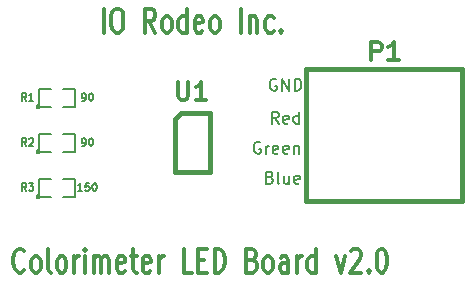
<source format=gto>
G04 (created by PCBNEW-RS274X (2011-07-19)-testing) date Fri 02 Mar 2012 04:01:03 PM PST*
G01*
G70*
G90*
%MOIN*%
G04 Gerber Fmt 3.4, Leading zero omitted, Abs format*
%FSLAX34Y34*%
G04 APERTURE LIST*
%ADD10C,0.006000*%
%ADD11C,0.007900*%
%ADD12C,0.012000*%
%ADD13C,0.005000*%
%ADD14C,0.015000*%
G04 APERTURE END LIST*
G54D10*
G54D11*
X41578Y-26153D02*
X41634Y-26172D01*
X41653Y-26191D01*
X41672Y-26228D01*
X41672Y-26284D01*
X41653Y-26322D01*
X41634Y-26341D01*
X41597Y-26359D01*
X41447Y-26359D01*
X41447Y-25965D01*
X41578Y-25965D01*
X41616Y-25984D01*
X41634Y-26003D01*
X41653Y-26041D01*
X41653Y-26078D01*
X41634Y-26116D01*
X41616Y-26134D01*
X41578Y-26153D01*
X41447Y-26153D01*
X41897Y-26359D02*
X41860Y-26341D01*
X41841Y-26303D01*
X41841Y-25965D01*
X42216Y-26097D02*
X42216Y-26359D01*
X42047Y-26097D02*
X42047Y-26303D01*
X42066Y-26341D01*
X42103Y-26359D01*
X42159Y-26359D01*
X42197Y-26341D01*
X42216Y-26322D01*
X42553Y-26341D02*
X42515Y-26359D01*
X42440Y-26359D01*
X42403Y-26341D01*
X42384Y-26303D01*
X42384Y-26153D01*
X42403Y-26116D01*
X42440Y-26097D01*
X42515Y-26097D01*
X42553Y-26116D01*
X42572Y-26153D01*
X42572Y-26191D01*
X42384Y-26228D01*
X41265Y-24984D02*
X41228Y-24965D01*
X41171Y-24965D01*
X41115Y-24984D01*
X41078Y-25022D01*
X41059Y-25059D01*
X41040Y-25134D01*
X41040Y-25191D01*
X41059Y-25266D01*
X41078Y-25303D01*
X41115Y-25341D01*
X41171Y-25359D01*
X41209Y-25359D01*
X41265Y-25341D01*
X41284Y-25322D01*
X41284Y-25191D01*
X41209Y-25191D01*
X41453Y-25359D02*
X41453Y-25097D01*
X41453Y-25172D02*
X41472Y-25134D01*
X41490Y-25116D01*
X41528Y-25097D01*
X41565Y-25097D01*
X41847Y-25341D02*
X41809Y-25359D01*
X41734Y-25359D01*
X41697Y-25341D01*
X41678Y-25303D01*
X41678Y-25153D01*
X41697Y-25116D01*
X41734Y-25097D01*
X41809Y-25097D01*
X41847Y-25116D01*
X41866Y-25153D01*
X41866Y-25191D01*
X41678Y-25228D01*
X42185Y-25341D02*
X42147Y-25359D01*
X42072Y-25359D01*
X42035Y-25341D01*
X42016Y-25303D01*
X42016Y-25153D01*
X42035Y-25116D01*
X42072Y-25097D01*
X42147Y-25097D01*
X42185Y-25116D01*
X42204Y-25153D01*
X42204Y-25191D01*
X42016Y-25228D01*
X42373Y-25097D02*
X42373Y-25359D01*
X42373Y-25134D02*
X42392Y-25116D01*
X42429Y-25097D01*
X42485Y-25097D01*
X42523Y-25116D01*
X42542Y-25153D01*
X42542Y-25359D01*
X41800Y-22884D02*
X41763Y-22865D01*
X41706Y-22865D01*
X41650Y-22884D01*
X41613Y-22922D01*
X41594Y-22959D01*
X41575Y-23034D01*
X41575Y-23091D01*
X41594Y-23166D01*
X41613Y-23203D01*
X41650Y-23241D01*
X41706Y-23259D01*
X41744Y-23259D01*
X41800Y-23241D01*
X41819Y-23222D01*
X41819Y-23091D01*
X41744Y-23091D01*
X41988Y-23259D02*
X41988Y-22865D01*
X42213Y-23259D01*
X42213Y-22865D01*
X42401Y-23259D02*
X42401Y-22865D01*
X42495Y-22865D01*
X42551Y-22884D01*
X42588Y-22922D01*
X42607Y-22959D01*
X42626Y-23034D01*
X42626Y-23091D01*
X42607Y-23166D01*
X42588Y-23203D01*
X42551Y-23241D01*
X42495Y-23259D01*
X42401Y-23259D01*
G54D12*
X36043Y-21324D02*
X36043Y-20524D01*
X36443Y-20524D02*
X36557Y-20524D01*
X36615Y-20562D01*
X36672Y-20638D01*
X36700Y-20790D01*
X36700Y-21057D01*
X36672Y-21210D01*
X36615Y-21286D01*
X36557Y-21324D01*
X36443Y-21324D01*
X36386Y-21286D01*
X36329Y-21210D01*
X36300Y-21057D01*
X36300Y-20790D01*
X36329Y-20638D01*
X36386Y-20562D01*
X36443Y-20524D01*
X37758Y-21324D02*
X37558Y-20943D01*
X37415Y-21324D02*
X37415Y-20524D01*
X37643Y-20524D01*
X37701Y-20562D01*
X37729Y-20600D01*
X37758Y-20676D01*
X37758Y-20790D01*
X37729Y-20867D01*
X37701Y-20905D01*
X37643Y-20943D01*
X37415Y-20943D01*
X38101Y-21324D02*
X38043Y-21286D01*
X38015Y-21248D01*
X37986Y-21171D01*
X37986Y-20943D01*
X38015Y-20867D01*
X38043Y-20829D01*
X38101Y-20790D01*
X38186Y-20790D01*
X38243Y-20829D01*
X38272Y-20867D01*
X38301Y-20943D01*
X38301Y-21171D01*
X38272Y-21248D01*
X38243Y-21286D01*
X38186Y-21324D01*
X38101Y-21324D01*
X38815Y-21324D02*
X38815Y-20524D01*
X38815Y-21286D02*
X38758Y-21324D01*
X38644Y-21324D01*
X38586Y-21286D01*
X38558Y-21248D01*
X38529Y-21171D01*
X38529Y-20943D01*
X38558Y-20867D01*
X38586Y-20829D01*
X38644Y-20790D01*
X38758Y-20790D01*
X38815Y-20829D01*
X39329Y-21286D02*
X39272Y-21324D01*
X39158Y-21324D01*
X39101Y-21286D01*
X39072Y-21210D01*
X39072Y-20905D01*
X39101Y-20829D01*
X39158Y-20790D01*
X39272Y-20790D01*
X39329Y-20829D01*
X39358Y-20905D01*
X39358Y-20981D01*
X39072Y-21057D01*
X39701Y-21324D02*
X39643Y-21286D01*
X39615Y-21248D01*
X39586Y-21171D01*
X39586Y-20943D01*
X39615Y-20867D01*
X39643Y-20829D01*
X39701Y-20790D01*
X39786Y-20790D01*
X39843Y-20829D01*
X39872Y-20867D01*
X39901Y-20943D01*
X39901Y-21171D01*
X39872Y-21248D01*
X39843Y-21286D01*
X39786Y-21324D01*
X39701Y-21324D01*
X40615Y-21324D02*
X40615Y-20524D01*
X40901Y-20790D02*
X40901Y-21324D01*
X40901Y-20867D02*
X40929Y-20829D01*
X40987Y-20790D01*
X41072Y-20790D01*
X41129Y-20829D01*
X41158Y-20905D01*
X41158Y-21324D01*
X41701Y-21286D02*
X41644Y-21324D01*
X41530Y-21324D01*
X41472Y-21286D01*
X41444Y-21248D01*
X41415Y-21171D01*
X41415Y-20943D01*
X41444Y-20867D01*
X41472Y-20829D01*
X41530Y-20790D01*
X41644Y-20790D01*
X41701Y-20829D01*
X41958Y-21248D02*
X41986Y-21286D01*
X41958Y-21324D01*
X41929Y-21286D01*
X41958Y-21248D01*
X41958Y-21324D01*
G54D11*
X41875Y-24359D02*
X41744Y-24172D01*
X41650Y-24359D02*
X41650Y-23965D01*
X41800Y-23965D01*
X41837Y-23984D01*
X41856Y-24003D01*
X41875Y-24041D01*
X41875Y-24097D01*
X41856Y-24134D01*
X41837Y-24153D01*
X41800Y-24172D01*
X41650Y-24172D01*
X42194Y-24341D02*
X42156Y-24359D01*
X42081Y-24359D01*
X42044Y-24341D01*
X42025Y-24303D01*
X42025Y-24153D01*
X42044Y-24116D01*
X42081Y-24097D01*
X42156Y-24097D01*
X42194Y-24116D01*
X42213Y-24153D01*
X42213Y-24191D01*
X42025Y-24228D01*
X42551Y-24359D02*
X42551Y-23965D01*
X42551Y-24341D02*
X42513Y-24359D01*
X42438Y-24359D01*
X42401Y-24341D01*
X42382Y-24322D01*
X42363Y-24284D01*
X42363Y-24172D01*
X42382Y-24134D01*
X42401Y-24116D01*
X42438Y-24097D01*
X42513Y-24097D01*
X42551Y-24116D01*
G54D12*
X33394Y-29248D02*
X33365Y-29286D01*
X33279Y-29324D01*
X33222Y-29324D01*
X33137Y-29286D01*
X33079Y-29210D01*
X33051Y-29133D01*
X33022Y-28981D01*
X33022Y-28867D01*
X33051Y-28714D01*
X33079Y-28638D01*
X33137Y-28562D01*
X33222Y-28524D01*
X33279Y-28524D01*
X33365Y-28562D01*
X33394Y-28600D01*
X33737Y-29324D02*
X33679Y-29286D01*
X33651Y-29248D01*
X33622Y-29171D01*
X33622Y-28943D01*
X33651Y-28867D01*
X33679Y-28829D01*
X33737Y-28790D01*
X33822Y-28790D01*
X33879Y-28829D01*
X33908Y-28867D01*
X33937Y-28943D01*
X33937Y-29171D01*
X33908Y-29248D01*
X33879Y-29286D01*
X33822Y-29324D01*
X33737Y-29324D01*
X34280Y-29324D02*
X34222Y-29286D01*
X34194Y-29210D01*
X34194Y-28524D01*
X34594Y-29324D02*
X34536Y-29286D01*
X34508Y-29248D01*
X34479Y-29171D01*
X34479Y-28943D01*
X34508Y-28867D01*
X34536Y-28829D01*
X34594Y-28790D01*
X34679Y-28790D01*
X34736Y-28829D01*
X34765Y-28867D01*
X34794Y-28943D01*
X34794Y-29171D01*
X34765Y-29248D01*
X34736Y-29286D01*
X34679Y-29324D01*
X34594Y-29324D01*
X35051Y-29324D02*
X35051Y-28790D01*
X35051Y-28943D02*
X35079Y-28867D01*
X35108Y-28829D01*
X35165Y-28790D01*
X35222Y-28790D01*
X35422Y-29324D02*
X35422Y-28790D01*
X35422Y-28524D02*
X35393Y-28562D01*
X35422Y-28600D01*
X35450Y-28562D01*
X35422Y-28524D01*
X35422Y-28600D01*
X35708Y-29324D02*
X35708Y-28790D01*
X35708Y-28867D02*
X35736Y-28829D01*
X35794Y-28790D01*
X35879Y-28790D01*
X35936Y-28829D01*
X35965Y-28905D01*
X35965Y-29324D01*
X35965Y-28905D02*
X35994Y-28829D01*
X36051Y-28790D01*
X36136Y-28790D01*
X36194Y-28829D01*
X36222Y-28905D01*
X36222Y-29324D01*
X36736Y-29286D02*
X36679Y-29324D01*
X36565Y-29324D01*
X36508Y-29286D01*
X36479Y-29210D01*
X36479Y-28905D01*
X36508Y-28829D01*
X36565Y-28790D01*
X36679Y-28790D01*
X36736Y-28829D01*
X36765Y-28905D01*
X36765Y-28981D01*
X36479Y-29057D01*
X36936Y-28790D02*
X37165Y-28790D01*
X37022Y-28524D02*
X37022Y-29210D01*
X37050Y-29286D01*
X37108Y-29324D01*
X37165Y-29324D01*
X37593Y-29286D02*
X37536Y-29324D01*
X37422Y-29324D01*
X37365Y-29286D01*
X37336Y-29210D01*
X37336Y-28905D01*
X37365Y-28829D01*
X37422Y-28790D01*
X37536Y-28790D01*
X37593Y-28829D01*
X37622Y-28905D01*
X37622Y-28981D01*
X37336Y-29057D01*
X37879Y-29324D02*
X37879Y-28790D01*
X37879Y-28943D02*
X37907Y-28867D01*
X37936Y-28829D01*
X37993Y-28790D01*
X38050Y-28790D01*
X38993Y-29324D02*
X38707Y-29324D01*
X38707Y-28524D01*
X39193Y-28905D02*
X39393Y-28905D01*
X39479Y-29324D02*
X39193Y-29324D01*
X39193Y-28524D01*
X39479Y-28524D01*
X39736Y-29324D02*
X39736Y-28524D01*
X39879Y-28524D01*
X39964Y-28562D01*
X40022Y-28638D01*
X40050Y-28714D01*
X40079Y-28867D01*
X40079Y-28981D01*
X40050Y-29133D01*
X40022Y-29210D01*
X39964Y-29286D01*
X39879Y-29324D01*
X39736Y-29324D01*
X40993Y-28905D02*
X41079Y-28943D01*
X41107Y-28981D01*
X41136Y-29057D01*
X41136Y-29171D01*
X41107Y-29248D01*
X41079Y-29286D01*
X41021Y-29324D01*
X40793Y-29324D01*
X40793Y-28524D01*
X40993Y-28524D01*
X41050Y-28562D01*
X41079Y-28600D01*
X41107Y-28676D01*
X41107Y-28752D01*
X41079Y-28829D01*
X41050Y-28867D01*
X40993Y-28905D01*
X40793Y-28905D01*
X41479Y-29324D02*
X41421Y-29286D01*
X41393Y-29248D01*
X41364Y-29171D01*
X41364Y-28943D01*
X41393Y-28867D01*
X41421Y-28829D01*
X41479Y-28790D01*
X41564Y-28790D01*
X41621Y-28829D01*
X41650Y-28867D01*
X41679Y-28943D01*
X41679Y-29171D01*
X41650Y-29248D01*
X41621Y-29286D01*
X41564Y-29324D01*
X41479Y-29324D01*
X42193Y-29324D02*
X42193Y-28905D01*
X42164Y-28829D01*
X42107Y-28790D01*
X41993Y-28790D01*
X41936Y-28829D01*
X42193Y-29286D02*
X42136Y-29324D01*
X41993Y-29324D01*
X41936Y-29286D01*
X41907Y-29210D01*
X41907Y-29133D01*
X41936Y-29057D01*
X41993Y-29019D01*
X42136Y-29019D01*
X42193Y-28981D01*
X42479Y-29324D02*
X42479Y-28790D01*
X42479Y-28943D02*
X42507Y-28867D01*
X42536Y-28829D01*
X42593Y-28790D01*
X42650Y-28790D01*
X43107Y-29324D02*
X43107Y-28524D01*
X43107Y-29286D02*
X43050Y-29324D01*
X42936Y-29324D01*
X42878Y-29286D01*
X42850Y-29248D01*
X42821Y-29171D01*
X42821Y-28943D01*
X42850Y-28867D01*
X42878Y-28829D01*
X42936Y-28790D01*
X43050Y-28790D01*
X43107Y-28829D01*
X43793Y-28790D02*
X43936Y-29324D01*
X44078Y-28790D01*
X44278Y-28600D02*
X44307Y-28562D01*
X44364Y-28524D01*
X44507Y-28524D01*
X44564Y-28562D01*
X44593Y-28600D01*
X44621Y-28676D01*
X44621Y-28752D01*
X44593Y-28867D01*
X44250Y-29324D01*
X44621Y-29324D01*
X44878Y-29248D02*
X44906Y-29286D01*
X44878Y-29324D01*
X44849Y-29286D01*
X44878Y-29248D01*
X44878Y-29324D01*
X45278Y-28524D02*
X45335Y-28524D01*
X45392Y-28562D01*
X45421Y-28600D01*
X45450Y-28676D01*
X45478Y-28829D01*
X45478Y-29019D01*
X45450Y-29171D01*
X45421Y-29248D01*
X45392Y-29286D01*
X45335Y-29324D01*
X45278Y-29324D01*
X45221Y-29286D01*
X45192Y-29248D01*
X45164Y-29171D01*
X45135Y-29019D01*
X45135Y-28829D01*
X45164Y-28676D01*
X45192Y-28600D01*
X45221Y-28562D01*
X45278Y-28524D01*
G54D13*
X33900Y-23800D02*
X33899Y-23809D01*
X33896Y-23819D01*
X33891Y-23827D01*
X33885Y-23835D01*
X33877Y-23841D01*
X33869Y-23846D01*
X33860Y-23848D01*
X33850Y-23849D01*
X33841Y-23849D01*
X33832Y-23846D01*
X33823Y-23841D01*
X33816Y-23835D01*
X33809Y-23828D01*
X33805Y-23819D01*
X33802Y-23810D01*
X33801Y-23800D01*
X33801Y-23791D01*
X33804Y-23782D01*
X33808Y-23773D01*
X33815Y-23766D01*
X33822Y-23759D01*
X33830Y-23755D01*
X33840Y-23752D01*
X33849Y-23751D01*
X33858Y-23751D01*
X33868Y-23754D01*
X33876Y-23758D01*
X33884Y-23764D01*
X33890Y-23772D01*
X33895Y-23780D01*
X33898Y-23789D01*
X33899Y-23799D01*
X33900Y-23800D01*
X34300Y-23800D02*
X33900Y-23800D01*
X33900Y-23800D02*
X33900Y-23200D01*
X33900Y-23200D02*
X34300Y-23200D01*
X34700Y-23200D02*
X35100Y-23200D01*
X35100Y-23200D02*
X35100Y-23800D01*
X35100Y-23800D02*
X34700Y-23800D01*
X33900Y-25300D02*
X33899Y-25309D01*
X33896Y-25319D01*
X33891Y-25327D01*
X33885Y-25335D01*
X33877Y-25341D01*
X33869Y-25346D01*
X33860Y-25348D01*
X33850Y-25349D01*
X33841Y-25349D01*
X33832Y-25346D01*
X33823Y-25341D01*
X33816Y-25335D01*
X33809Y-25328D01*
X33805Y-25319D01*
X33802Y-25310D01*
X33801Y-25300D01*
X33801Y-25291D01*
X33804Y-25282D01*
X33808Y-25273D01*
X33815Y-25266D01*
X33822Y-25259D01*
X33830Y-25255D01*
X33840Y-25252D01*
X33849Y-25251D01*
X33858Y-25251D01*
X33868Y-25254D01*
X33876Y-25258D01*
X33884Y-25264D01*
X33890Y-25272D01*
X33895Y-25280D01*
X33898Y-25289D01*
X33899Y-25299D01*
X33900Y-25300D01*
X34300Y-25300D02*
X33900Y-25300D01*
X33900Y-25300D02*
X33900Y-24700D01*
X33900Y-24700D02*
X34300Y-24700D01*
X34700Y-24700D02*
X35100Y-24700D01*
X35100Y-24700D02*
X35100Y-25300D01*
X35100Y-25300D02*
X34700Y-25300D01*
X33900Y-26800D02*
X33899Y-26809D01*
X33896Y-26819D01*
X33891Y-26827D01*
X33885Y-26835D01*
X33877Y-26841D01*
X33869Y-26846D01*
X33860Y-26848D01*
X33850Y-26849D01*
X33841Y-26849D01*
X33832Y-26846D01*
X33823Y-26841D01*
X33816Y-26835D01*
X33809Y-26828D01*
X33805Y-26819D01*
X33802Y-26810D01*
X33801Y-26800D01*
X33801Y-26791D01*
X33804Y-26782D01*
X33808Y-26773D01*
X33815Y-26766D01*
X33822Y-26759D01*
X33830Y-26755D01*
X33840Y-26752D01*
X33849Y-26751D01*
X33858Y-26751D01*
X33868Y-26754D01*
X33876Y-26758D01*
X33884Y-26764D01*
X33890Y-26772D01*
X33895Y-26780D01*
X33898Y-26789D01*
X33899Y-26799D01*
X33900Y-26800D01*
X34300Y-26800D02*
X33900Y-26800D01*
X33900Y-26800D02*
X33900Y-26200D01*
X33900Y-26200D02*
X34300Y-26200D01*
X34700Y-26200D02*
X35100Y-26200D01*
X35100Y-26200D02*
X35100Y-26800D01*
X35100Y-26800D02*
X34700Y-26800D01*
G54D14*
X39591Y-25984D02*
X38409Y-25984D01*
X38409Y-25984D02*
X38409Y-24213D01*
X38409Y-24213D02*
X38606Y-24016D01*
X38606Y-24016D02*
X39591Y-24016D01*
X39591Y-24016D02*
X39591Y-25984D01*
X42800Y-26950D02*
X42800Y-22550D01*
X42800Y-22550D02*
X48000Y-22550D01*
X48000Y-22550D02*
X48000Y-26950D01*
X48000Y-26950D02*
X42800Y-26950D01*
G54D13*
X33458Y-23601D02*
X33375Y-23482D01*
X33316Y-23601D02*
X33316Y-23351D01*
X33411Y-23351D01*
X33435Y-23363D01*
X33446Y-23375D01*
X33458Y-23399D01*
X33458Y-23435D01*
X33446Y-23458D01*
X33435Y-23470D01*
X33411Y-23482D01*
X33316Y-23482D01*
X33696Y-23601D02*
X33554Y-23601D01*
X33625Y-23601D02*
X33625Y-23351D01*
X33601Y-23387D01*
X33577Y-23411D01*
X33554Y-23423D01*
X35333Y-23601D02*
X35381Y-23601D01*
X35405Y-23589D01*
X35417Y-23577D01*
X35441Y-23542D01*
X35452Y-23494D01*
X35452Y-23399D01*
X35441Y-23375D01*
X35429Y-23363D01*
X35405Y-23351D01*
X35357Y-23351D01*
X35333Y-23363D01*
X35322Y-23375D01*
X35310Y-23399D01*
X35310Y-23458D01*
X35322Y-23482D01*
X35333Y-23494D01*
X35357Y-23506D01*
X35405Y-23506D01*
X35429Y-23494D01*
X35441Y-23482D01*
X35452Y-23458D01*
X35607Y-23351D02*
X35631Y-23351D01*
X35655Y-23363D01*
X35667Y-23375D01*
X35679Y-23399D01*
X35690Y-23446D01*
X35690Y-23506D01*
X35679Y-23554D01*
X35667Y-23577D01*
X35655Y-23589D01*
X35631Y-23601D01*
X35607Y-23601D01*
X35583Y-23589D01*
X35571Y-23577D01*
X35560Y-23554D01*
X35548Y-23506D01*
X35548Y-23446D01*
X35560Y-23399D01*
X35571Y-23375D01*
X35583Y-23363D01*
X35607Y-23351D01*
X33458Y-25101D02*
X33375Y-24982D01*
X33316Y-25101D02*
X33316Y-24851D01*
X33411Y-24851D01*
X33435Y-24863D01*
X33446Y-24875D01*
X33458Y-24899D01*
X33458Y-24935D01*
X33446Y-24958D01*
X33435Y-24970D01*
X33411Y-24982D01*
X33316Y-24982D01*
X33554Y-24875D02*
X33566Y-24863D01*
X33589Y-24851D01*
X33649Y-24851D01*
X33673Y-24863D01*
X33685Y-24875D01*
X33696Y-24899D01*
X33696Y-24923D01*
X33685Y-24958D01*
X33542Y-25101D01*
X33696Y-25101D01*
X35333Y-25101D02*
X35381Y-25101D01*
X35405Y-25089D01*
X35417Y-25077D01*
X35441Y-25042D01*
X35452Y-24994D01*
X35452Y-24899D01*
X35441Y-24875D01*
X35429Y-24863D01*
X35405Y-24851D01*
X35357Y-24851D01*
X35333Y-24863D01*
X35322Y-24875D01*
X35310Y-24899D01*
X35310Y-24958D01*
X35322Y-24982D01*
X35333Y-24994D01*
X35357Y-25006D01*
X35405Y-25006D01*
X35429Y-24994D01*
X35441Y-24982D01*
X35452Y-24958D01*
X35607Y-24851D02*
X35631Y-24851D01*
X35655Y-24863D01*
X35667Y-24875D01*
X35679Y-24899D01*
X35690Y-24946D01*
X35690Y-25006D01*
X35679Y-25054D01*
X35667Y-25077D01*
X35655Y-25089D01*
X35631Y-25101D01*
X35607Y-25101D01*
X35583Y-25089D01*
X35571Y-25077D01*
X35560Y-25054D01*
X35548Y-25006D01*
X35548Y-24946D01*
X35560Y-24899D01*
X35571Y-24875D01*
X35583Y-24863D01*
X35607Y-24851D01*
X33458Y-26601D02*
X33375Y-26482D01*
X33316Y-26601D02*
X33316Y-26351D01*
X33411Y-26351D01*
X33435Y-26363D01*
X33446Y-26375D01*
X33458Y-26399D01*
X33458Y-26435D01*
X33446Y-26458D01*
X33435Y-26470D01*
X33411Y-26482D01*
X33316Y-26482D01*
X33542Y-26351D02*
X33696Y-26351D01*
X33613Y-26446D01*
X33649Y-26446D01*
X33673Y-26458D01*
X33685Y-26470D01*
X33696Y-26494D01*
X33696Y-26554D01*
X33685Y-26577D01*
X33673Y-26589D01*
X33649Y-26601D01*
X33577Y-26601D01*
X33554Y-26589D01*
X33542Y-26577D01*
X35333Y-26601D02*
X35191Y-26601D01*
X35262Y-26601D02*
X35262Y-26351D01*
X35238Y-26387D01*
X35214Y-26411D01*
X35191Y-26423D01*
X35560Y-26351D02*
X35441Y-26351D01*
X35429Y-26470D01*
X35441Y-26458D01*
X35464Y-26446D01*
X35524Y-26446D01*
X35548Y-26458D01*
X35560Y-26470D01*
X35571Y-26494D01*
X35571Y-26554D01*
X35560Y-26577D01*
X35548Y-26589D01*
X35524Y-26601D01*
X35464Y-26601D01*
X35441Y-26589D01*
X35429Y-26577D01*
X35726Y-26351D02*
X35750Y-26351D01*
X35774Y-26363D01*
X35786Y-26375D01*
X35798Y-26399D01*
X35809Y-26446D01*
X35809Y-26506D01*
X35798Y-26554D01*
X35786Y-26577D01*
X35774Y-26589D01*
X35750Y-26601D01*
X35726Y-26601D01*
X35702Y-26589D01*
X35690Y-26577D01*
X35679Y-26554D01*
X35667Y-26506D01*
X35667Y-26446D01*
X35679Y-26399D01*
X35690Y-26375D01*
X35702Y-26363D01*
X35726Y-26351D01*
G54D12*
X38519Y-22970D02*
X38519Y-23456D01*
X38547Y-23513D01*
X38576Y-23541D01*
X38633Y-23570D01*
X38747Y-23570D01*
X38805Y-23541D01*
X38833Y-23513D01*
X38862Y-23456D01*
X38862Y-22970D01*
X39462Y-23570D02*
X39119Y-23570D01*
X39291Y-23570D02*
X39291Y-22970D01*
X39234Y-23056D01*
X39176Y-23113D01*
X39119Y-23141D01*
X44958Y-22243D02*
X44958Y-21643D01*
X45186Y-21643D01*
X45244Y-21671D01*
X45272Y-21700D01*
X45301Y-21757D01*
X45301Y-21843D01*
X45272Y-21900D01*
X45244Y-21929D01*
X45186Y-21957D01*
X44958Y-21957D01*
X45872Y-22243D02*
X45529Y-22243D01*
X45701Y-22243D02*
X45701Y-21643D01*
X45644Y-21729D01*
X45586Y-21786D01*
X45529Y-21814D01*
M02*

</source>
